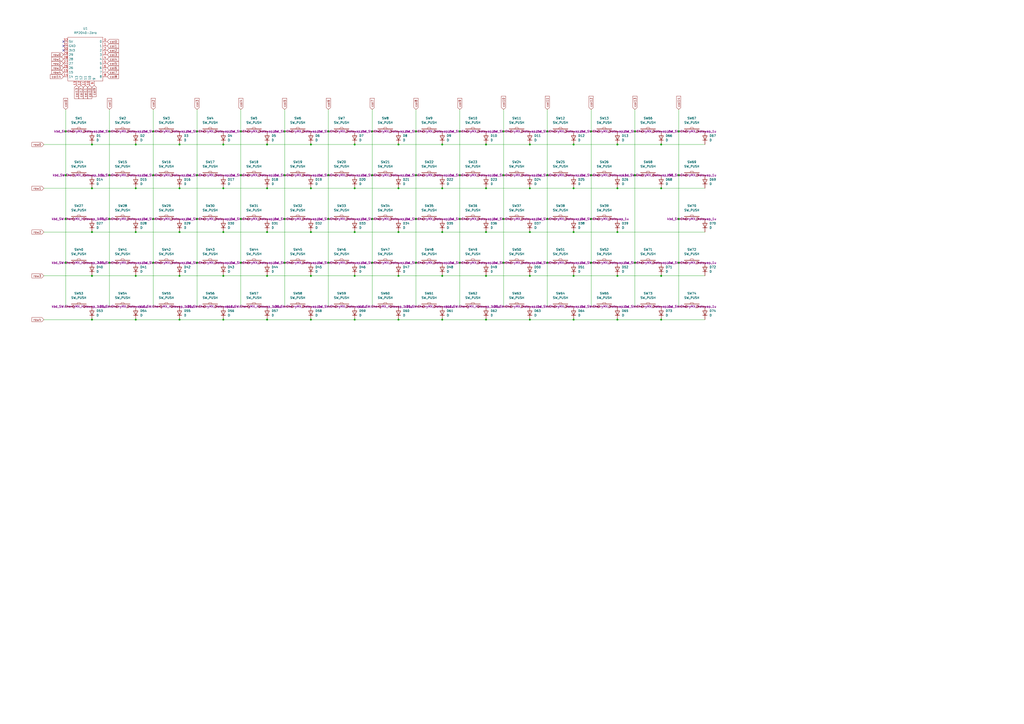
<source format=kicad_sch>
(kicad_sch (version 20231120) (generator "eeschema") (generator_version "8.0")
  (paper "A2")
  (junction (at 342.9 127))
  (junction (at 154.94 109.22))
  (junction (at 358.14 134.62))
  (junction (at 165.1 76.2))
  (junction (at 180.34 134.62))
  (junction (at 88.9 152.4))
  (junction (at 383.54 109.22))
  (junction (at 393.7 127))
  (junction (at 129.54 185.42))
  (junction (at 368.3 101.6))
  (junction (at 38.1 127))
  (junction (at 88.9 101.6))
  (junction (at 180.34 83.82))
  (junction (at 266.7 152.4))
  (junction (at 215.9 127))
  (junction (at 256.54 185.42))
  (junction (at 332.74 185.42))
  (junction (at 231.14 160.02))
  (junction (at 38.1 76.2))
  (junction (at 266.7 76.2))
  (junction (at 78.74 109.22))
  (junction (at 231.14 185.42))
  (junction (at 383.54 83.82))
  (junction (at 180.34 109.22))
  (junction (at 368.3 76.2))
  (junction (at 215.9 101.6))
  (junction (at 342.9 101.6))
  (junction (at 281.94 83.82))
  (junction (at 266.7 101.6))
  (junction (at 180.34 160.02))
  (junction (at 358.14 83.82))
  (junction (at 104.14 160.02))
  (junction (at 104.14 134.62))
  (junction (at 266.7 127))
  (junction (at 292.1 76.2))
  (junction (at 393.7 101.6))
  (junction (at 165.1 101.6))
  (junction (at 63.5 76.2))
  (junction (at 281.94 109.22))
  (junction (at 139.7 76.2))
  (junction (at 215.9 76.2))
  (junction (at 241.3 152.4))
  (junction (at 231.14 134.62))
  (junction (at 129.54 134.62))
  (junction (at 104.14 109.22))
  (junction (at 383.54 160.02))
  (junction (at 38.1 152.4))
  (junction (at 205.74 185.42))
  (junction (at 139.7 101.6))
  (junction (at 358.14 160.02))
  (junction (at 139.7 127))
  (junction (at 63.5 127))
  (junction (at 231.14 109.22))
  (junction (at 393.7 152.4))
  (junction (at 292.1 127))
  (junction (at 342.9 76.2))
  (junction (at 281.94 185.42))
  (junction (at 307.34 134.62))
  (junction (at 231.14 83.82))
  (junction (at 78.74 160.02))
  (junction (at 332.74 83.82))
  (junction (at 63.5 101.6))
  (junction (at 165.1 152.4))
  (junction (at 53.34 109.22))
  (junction (at 180.34 185.42))
  (junction (at 358.14 185.42))
  (junction (at 114.3 76.2))
  (junction (at 368.3 152.4))
  (junction (at 129.54 83.82))
  (junction (at 317.5 76.2))
  (junction (at 205.74 109.22))
  (junction (at 165.1 127))
  (junction (at 53.34 83.82))
  (junction (at 114.3 101.6))
  (junction (at 393.7 76.2))
  (junction (at 317.5 152.4))
  (junction (at 307.34 83.82))
  (junction (at 154.94 160.02))
  (junction (at 38.1 101.6))
  (junction (at 241.3 127))
  (junction (at 78.74 134.62))
  (junction (at 205.74 134.62))
  (junction (at 292.1 152.4))
  (junction (at 154.94 134.62))
  (junction (at 256.54 134.62))
  (junction (at 281.94 134.62))
  (junction (at 190.5 76.2))
  (junction (at 342.9 152.4))
  (junction (at 281.94 160.02))
  (junction (at 358.14 109.22))
  (junction (at 104.14 83.82))
  (junction (at 53.34 185.42))
  (junction (at 78.74 83.82))
  (junction (at 215.9 152.4))
  (junction (at 129.54 109.22))
  (junction (at 104.14 185.42))
  (junction (at 88.9 127))
  (junction (at 205.74 160.02))
  (junction (at 317.5 101.6))
  (junction (at 114.3 127))
  (junction (at 190.5 127))
  (junction (at 332.74 160.02))
  (junction (at 53.34 134.62))
  (junction (at 154.94 83.82))
  (junction (at 332.74 134.62))
  (junction (at 205.74 83.82))
  (junction (at 256.54 160.02))
  (junction (at 88.9 76.2))
  (junction (at 256.54 83.82))
  (junction (at 114.3 152.4))
  (junction (at 332.74 109.22))
  (junction (at 190.5 152.4))
  (junction (at 256.54 109.22))
  (junction (at 241.3 101.6))
  (junction (at 383.54 185.42))
  (junction (at 317.5 127))
  (junction (at 307.34 109.22))
  (junction (at 307.34 160.02))
  (junction (at 190.5 101.6))
  (junction (at 63.5 152.4))
  (junction (at 307.34 185.42))
  (junction (at 241.3 76.2))
  (junction (at 292.1 101.6))
  (junction (at 139.7 152.4))
  (junction (at 129.54 160.02))
  (junction (at 154.94 185.42))
  (junction (at 78.74 185.42))
  (junction (at 53.34 160.02))
  (no_connect (at 36.83 24.13))
  (no_connect (at 36.83 29.21))
  (no_connect (at 36.83 26.67))
  (wire (pts (xy 342.9 127) (xy 342.9 152.4)))
  (wire (pts (xy 266.7 63.5) (xy 266.7 76.2)))
  (wire (pts (xy 78.74 134.62) (xy 104.14 134.62)))
  (wire (pts (xy 266.7 101.6) (xy 266.7 127)))
  (wire (pts (xy 241.3 76.2) (xy 241.3 101.6)))
  (wire (pts (xy 104.14 83.82) (xy 129.54 83.82)))
  (wire (pts (xy 332.74 160.02) (xy 358.14 160.02)))
  (wire (pts (xy 78.74 83.82) (xy 104.14 83.82)))
  (wire (pts (xy 256.54 109.22) (xy 281.94 109.22)))
  (wire (pts (xy 88.9 76.2) (xy 88.9 101.6)))
  (wire (pts (xy 190.5 63.5) (xy 190.5 76.2)))
  (wire (pts (xy 63.5 127) (xy 63.5 152.4)))
  (wire (pts (xy 88.9 63.5) (xy 88.9 76.2)))
  (wire (pts (xy 266.7 152.4) (xy 266.7 177.8)))
  (wire (pts (xy 38.1 127) (xy 38.1 152.4)))
  (wire (pts (xy 332.74 134.62) (xy 358.14 134.62)))
  (wire (pts (xy 38.1 63.5) (xy 38.1 76.2)))
  (wire (pts (xy 154.94 134.62) (xy 180.34 134.62)))
  (wire (pts (xy 393.7 101.6) (xy 393.7 127)))
  (wire (pts (xy 129.54 109.22) (xy 154.94 109.22)))
  (wire (pts (xy 307.34 134.62) (xy 332.74 134.62)))
  (wire (pts (xy 393.7 63.5) (xy 393.7 76.2)))
  (wire (pts (xy 190.5 127) (xy 190.5 152.4)))
  (wire (pts (xy 342.9 76.2) (xy 342.9 101.6)))
  (wire (pts (xy 25.4 185.42) (xy 53.34 185.42)))
  (wire (pts (xy 256.54 185.42) (xy 281.94 185.42)))
  (wire (pts (xy 368.3 63.5) (xy 368.3 76.2)))
  (wire (pts (xy 368.3 152.4) (xy 368.3 177.8)))
  (wire (pts (xy 139.7 76.2) (xy 139.7 101.6)))
  (wire (pts (xy 38.1 76.2) (xy 38.1 101.6)))
  (wire (pts (xy 104.14 185.42) (xy 129.54 185.42)))
  (wire (pts (xy 53.34 83.82) (xy 78.74 83.82)))
  (wire (pts (xy 205.74 134.62) (xy 231.14 134.62)))
  (wire (pts (xy 129.54 185.42) (xy 154.94 185.42)))
  (wire (pts (xy 114.3 101.6) (xy 114.3 127)))
  (wire (pts (xy 231.14 160.02) (xy 256.54 160.02)))
  (wire (pts (xy 154.94 185.42) (xy 180.34 185.42)))
  (wire (pts (xy 129.54 134.62) (xy 154.94 134.62)))
  (wire (pts (xy 190.5 152.4) (xy 190.5 177.8)))
  (wire (pts (xy 114.3 152.4) (xy 114.3 177.8)))
  (wire (pts (xy 307.34 83.82) (xy 332.74 83.82)))
  (wire (pts (xy 281.94 83.82) (xy 307.34 83.82)))
  (wire (pts (xy 215.9 127) (xy 215.9 152.4)))
  (wire (pts (xy 281.94 185.42) (xy 307.34 185.42)))
  (wire (pts (xy 165.1 63.5) (xy 165.1 76.2)))
  (wire (pts (xy 180.34 134.62) (xy 205.74 134.62)))
  (wire (pts (xy 241.3 152.4) (xy 241.3 177.8)))
  (wire (pts (xy 104.14 160.02) (xy 129.54 160.02)))
  (wire (pts (xy 266.7 127) (xy 266.7 152.4)))
  (wire (pts (xy 154.94 160.02) (xy 180.34 160.02)))
  (wire (pts (xy 205.74 160.02) (xy 231.14 160.02)))
  (wire (pts (xy 317.5 76.2) (xy 317.5 101.6)))
  (wire (pts (xy 292.1 152.4) (xy 292.1 177.8)))
  (wire (pts (xy 281.94 134.62) (xy 307.34 134.62)))
  (wire (pts (xy 231.14 109.22) (xy 256.54 109.22)))
  (wire (pts (xy 139.7 127) (xy 139.7 152.4)))
  (wire (pts (xy 342.9 152.4) (xy 342.9 177.8)))
  (wire (pts (xy 25.4 160.02) (xy 53.34 160.02)))
  (wire (pts (xy 256.54 134.62) (xy 281.94 134.62)))
  (wire (pts (xy 78.74 160.02) (xy 104.14 160.02)))
  (wire (pts (xy 129.54 83.82) (xy 154.94 83.82)))
  (wire (pts (xy 292.1 63.5) (xy 292.1 76.2)))
  (wire (pts (xy 358.14 83.82) (xy 383.54 83.82)))
  (wire (pts (xy 215.9 152.4) (xy 215.9 177.8)))
  (wire (pts (xy 25.4 109.22) (xy 53.34 109.22)))
  (wire (pts (xy 63.5 152.4) (xy 63.5 177.8)))
  (wire (pts (xy 215.9 76.2) (xy 215.9 101.6)))
  (wire (pts (xy 241.3 101.6) (xy 241.3 127)))
  (wire (pts (xy 154.94 109.22) (xy 180.34 109.22)))
  (wire (pts (xy 205.74 185.42) (xy 231.14 185.42)))
  (wire (pts (xy 307.34 185.42) (xy 332.74 185.42)))
  (wire (pts (xy 180.34 160.02) (xy 205.74 160.02)))
  (wire (pts (xy 190.5 76.2) (xy 190.5 101.6)))
  (wire (pts (xy 88.9 152.4) (xy 88.9 177.8)))
  (wire (pts (xy 78.74 185.42) (xy 104.14 185.42)))
  (wire (pts (xy 241.3 127) (xy 241.3 152.4)))
  (wire (pts (xy 368.3 101.6) (xy 368.3 152.4)))
  (wire (pts (xy 317.5 101.6) (xy 317.5 127)))
  (wire (pts (xy 165.1 152.4) (xy 165.1 177.8)))
  (wire (pts (xy 393.7 152.4) (xy 393.7 177.8)))
  (wire (pts (xy 266.7 76.2) (xy 266.7 101.6)))
  (wire (pts (xy 332.74 109.22) (xy 358.14 109.22)))
  (wire (pts (xy 317.5 127) (xy 317.5 152.4)))
  (wire (pts (xy 383.54 185.42) (xy 408.94 185.42)))
  (wire (pts (xy 165.1 101.6) (xy 165.1 127)))
  (wire (pts (xy 104.14 109.22) (xy 129.54 109.22)))
  (wire (pts (xy 53.34 134.62) (xy 78.74 134.62)))
  (wire (pts (xy 114.3 63.5) (xy 114.3 76.2)))
  (wire (pts (xy 88.9 127) (xy 88.9 152.4)))
  (wire (pts (xy 332.74 83.82) (xy 358.14 83.82)))
  (wire (pts (xy 129.54 160.02) (xy 154.94 160.02)))
  (wire (pts (xy 307.34 109.22) (xy 332.74 109.22)))
  (wire (pts (xy 154.94 83.82) (xy 180.34 83.82)))
  (wire (pts (xy 53.34 109.22) (xy 78.74 109.22)))
  (wire (pts (xy 180.34 83.82) (xy 205.74 83.82)))
  (wire (pts (xy 342.9 63.5) (xy 342.9 76.2)))
  (wire (pts (xy 383.54 109.22) (xy 408.94 109.22)))
  (wire (pts (xy 292.1 76.2) (xy 292.1 101.6)))
  (wire (pts (xy 165.1 127) (xy 165.1 152.4)))
  (wire (pts (xy 63.5 63.5) (xy 63.5 76.2)))
  (wire (pts (xy 256.54 160.02) (xy 281.94 160.02)))
  (wire (pts (xy 358.14 109.22) (xy 383.54 109.22)))
  (wire (pts (xy 53.34 160.02) (xy 78.74 160.02)))
  (wire (pts (xy 241.3 63.5) (xy 241.3 76.2)))
  (wire (pts (xy 256.54 83.82) (xy 281.94 83.82)))
  (wire (pts (xy 165.1 76.2) (xy 165.1 101.6)))
  (wire (pts (xy 358.14 160.02) (xy 383.54 160.02)))
  (wire (pts (xy 63.5 101.6) (xy 63.5 127)))
  (wire (pts (xy 38.1 101.6) (xy 38.1 127)))
  (wire (pts (xy 190.5 101.6) (xy 190.5 127)))
  (wire (pts (xy 139.7 152.4) (xy 139.7 177.8)))
  (wire (pts (xy 180.34 109.22) (xy 205.74 109.22)))
  (wire (pts (xy 231.14 185.42) (xy 256.54 185.42)))
  (wire (pts (xy 114.3 127) (xy 114.3 152.4)))
  (wire (pts (xy 88.9 101.6) (xy 88.9 127)))
  (wire (pts (xy 104.14 134.62) (xy 129.54 134.62)))
  (wire (pts (xy 393.7 127) (xy 393.7 152.4)))
  (wire (pts (xy 281.94 160.02) (xy 307.34 160.02)))
  (wire (pts (xy 368.3 76.2) (xy 368.3 101.6)))
  (wire (pts (xy 231.14 134.62) (xy 256.54 134.62)))
  (wire (pts (xy 78.74 109.22) (xy 104.14 109.22)))
  (wire (pts (xy 292.1 101.6) (xy 292.1 127)))
  (wire (pts (xy 53.34 185.42) (xy 78.74 185.42)))
  (wire (pts (xy 317.5 152.4) (xy 317.5 177.8)))
  (wire (pts (xy 139.7 101.6) (xy 139.7 127)))
  (wire (pts (xy 383.54 83.82) (xy 408.94 83.82)))
  (wire (pts (xy 63.5 76.2) (xy 63.5 101.6)))
  (wire (pts (xy 358.14 134.62) (xy 408.94 134.62)))
  (wire (pts (xy 307.34 160.02) (xy 332.74 160.02)))
  (wire (pts (xy 215.9 101.6) (xy 215.9 127)))
  (wire (pts (xy 38.1 152.4) (xy 38.1 177.8)))
  (wire (pts (xy 25.4 134.62) (xy 53.34 134.62)))
  (wire (pts (xy 215.9 63.5) (xy 215.9 76.2)))
  (wire (pts (xy 180.34 185.42) (xy 205.74 185.42)))
  (wire (pts (xy 281.94 109.22) (xy 307.34 109.22)))
  (wire (pts (xy 317.5 63.5) (xy 317.5 76.2)))
  (wire (pts (xy 231.14 83.82) (xy 256.54 83.82)))
  (wire (pts (xy 332.74 185.42) (xy 358.14 185.42)))
  (wire (pts (xy 383.54 160.02) (xy 408.94 160.02)))
  (wire (pts (xy 358.14 185.42) (xy 383.54 185.42)))
  (wire (pts (xy 205.74 83.82) (xy 231.14 83.82)))
  (wire (pts (xy 342.9 101.6) (xy 342.9 127)))
  (wire (pts (xy 25.4 83.82) (xy 53.34 83.82)))
  (wire (pts (xy 139.7 63.5) (xy 139.7 76.2)))
  (wire (pts (xy 292.1 127) (xy 292.1 152.4)))
  (wire (pts (xy 393.7 76.2) (xy 393.7 101.6)))
  (wire (pts (xy 205.74 109.22) (xy 231.14 109.22)))
  (wire (pts (xy 114.3 76.2) (xy 114.3 101.6)))
  (global_label "col3" (shape input) (at 62.23 31.75 0) (property "Intersheetrefs" "${INTERSHEET_REFS}" (effects (hide yes))))
  (global_label "col1" (shape input) (at 62.23 26.67 0) (property "Intersheetrefs" "${INTERSHEET_REFS}" (effects (hide yes))))
  (global_label "row2" (shape input) (at 25.4 134.62 180) (property "Intersheetrefs" "${INTERSHEET_REFS}" (effects (hide yes))))
  (global_label "col14" (shape input) (at 36.83 44.45 180) (property "Intersheetrefs" "${INTERSHEET_REFS}" (effects (hide yes))))
  (global_label "row4" (shape input) (at 36.83 41.91 180) (property "Intersheetrefs" "${INTERSHEET_REFS}" (effects (hide yes))))
  (global_label "row0" (shape input) (at 36.83 31.75 180) (property "Intersheetrefs" "${INTERSHEET_REFS}" (effects (hide yes))))
  (global_label "col6" (shape input) (at 62.23 39.37 0) (property "Intersheetrefs" "${INTERSHEET_REFS}" (effects (hide yes))))
  (global_label "col12" (shape input) (at 342.9 63.5 90) (property "Intersheetrefs" "${INTERSHEET_REFS}" (effects (hide yes))))
  (global_label "row3" (shape input) (at 25.4 160.02 180) (property "Intersheetrefs" "${INTERSHEET_REFS}" (effects (hide yes))))
  (global_label "col7" (shape input) (at 62.23 41.91 0) (property "Intersheetrefs" "${INTERSHEET_REFS}" (effects (hide yes))))
  (global_label "col4" (shape input) (at 139.7 63.5 90) (property "Intersheetrefs" "${INTERSHEET_REFS}" (effects (hide yes))))
  (global_label "row3" (shape input) (at 36.83 39.37 180) (property "Intersheetrefs" "${INTERSHEET_REFS}" (effects (hide yes))))
  (global_label "col2" (shape input) (at 62.23 29.21 0) (property "Intersheetrefs" "${INTERSHEET_REFS}" (effects (hide yes))))
  (global_label "col10" (shape input) (at 292.1 63.5 90) (property "Intersheetrefs" "${INTERSHEET_REFS}" (effects (hide yes))))
  (global_label "col2" (shape input) (at 88.9 63.5 90) (property "Intersheetrefs" "${INTERSHEET_REFS}" (effects (hide yes))))
  (global_label "col14" (shape input) (at 393.7 63.5 90) (property "Intersheetrefs" "${INTERSHEET_REFS}" (effects (hide yes))))
  (global_label "col6" (shape input) (at 190.5 63.5 90) (property "Intersheetrefs" "${INTERSHEET_REFS}" (effects (hide yes))))
  (global_label "col11" (shape input) (at 49.53 49.53 270) (property "Intersheetrefs" "${INTERSHEET_REFS}" (effects (hide yes))))
  (global_label "row0" (shape input) (at 25.4 83.82 180) (property "Intersheetrefs" "${INTERSHEET_REFS}" (effects (hide yes))))
  (global_label "row4" (shape input) (at 25.4 185.42 180) (property "Intersheetrefs" "${INTERSHEET_REFS}" (effects (hide yes))))
  (global_label "row1" (shape input) (at 36.83 34.29 180) (property "Intersheetrefs" "${INTERSHEET_REFS}" (effects (hide yes))))
  (global_label "col8" (shape input) (at 62.23 44.45 0) (property "Intersheetrefs" "${INTERSHEET_REFS}" (effects (hide yes))))
  (global_label "col3" (shape input) (at 114.3 63.5 90) (property "Intersheetrefs" "${INTERSHEET_REFS}" (effects (hide yes))))
  (global_label "row1" (shape input) (at 25.4 109.22 180) (property "Intersheetrefs" "${INTERSHEET_REFS}" (effects (hide yes))))
  (global_label "col13" (shape input) (at 368.3 63.5 90) (property "Intersheetrefs" "${INTERSHEET_REFS}" (effects (hide yes))))
  (global_label "col4" (shape input) (at 62.23 34.29 0) (property "Intersheetrefs" "${INTERSHEET_REFS}" (effects (hide yes))))
  (global_label "col5" (shape input) (at 165.1 63.5 90) (property "Intersheetrefs" "${INTERSHEET_REFS}" (effects (hide yes))))
  (global_label "col9" (shape input) (at 54.61 49.53 270) (property "Intersheetrefs" "${INTERSHEET_REFS}" (effects (hide yes))))
  (global_label "col13" (shape input) (at 44.45 49.53 270) (property "Intersheetrefs" "${INTERSHEET_REFS}" (effects (hide yes))))
  (global_label "col0" (shape input) (at 38.1 63.5 90) (property "Intersheetrefs" "${INTERSHEET_REFS}" (effects (hide yes))))
  (global_label "col0" (shape input) (at 62.23 24.13 0) (property "Intersheetrefs" "${INTERSHEET_REFS}" (effects (hide yes))))
  (global_label "col7" (shape input) (at 215.9 63.5 90) (property "Intersheetrefs" "${INTERSHEET_REFS}" (effects (hide yes))))
  (global_label "col1" (shape input) (at 63.5 63.5 90) (property "Intersheetrefs" "${INTERSHEET_REFS}" (effects (hide yes))))
  (global_label "col10" (shape input) (at 52.07 49.53 270) (property "Intersheetrefs" "${INTERSHEET_REFS}" (effects (hide yes))))
  (global_label "col12" (shape input) (at 46.99 49.53 270) (property "Intersheetrefs" "${INTERSHEET_REFS}" (effects (hide yes))))
  (global_label "col5" (shape input) (at 62.23 36.83 0) (property "Intersheetrefs" "${INTERSHEET_REFS}" (effects (hide yes))))
  (global_label "col9" (shape input) (at 266.7 63.5 90) (property "Intersheetrefs" "${INTERSHEET_REFS}" (effects (hide yes))))
  (global_label "col11" (shape input) (at 317.5 63.5 90) (property "Intersheetrefs" "${INTERSHEET_REFS}" (effects (hide yes))))
  (global_label "row2" (shape input) (at 36.83 36.83 180) (property "Intersheetrefs" "${INTERSHEET_REFS}" (effects (hide yes))))
  (global_label "col8" (shape input) (at 241.3 63.5 90) (property "Intersheetrefs" "${INTERSHEET_REFS}" (effects (hide yes))))
  (symbol (lib_id "Device:D") (at 231.14 105.41 90) (unit 1)
    (property "Reference" "D21" (at 233.68 104.1399 90) (effects (justify right)))
    (property "Value" "D" (at 233.68 106.6799 90) (effects (justify right)))
    (property "Footprint" "kbd_Parts:Diode_SMD" (effects (hide yes)))
    (property "Description" "Diode" (effects (hide yes)))
    (property "Sim.Device" "D" (effects (hide yes)))
    (property "Sim.Pins" "1=K 2=A" (effects (hide yes)))
  )
  (symbol (lib_id "kbd:SW_PUSH") (at 401.32 101.6 0) (unit 1)
    (property "Reference" "SW69" (at 401.32 93.98 0))
    (property "Value" "SW_PUSH" (at 401.32 96.52 0))
    (property "Footprint" "kbd_SW:CherryMX_Hotswap_1u" (at 401.32 101.6 0))
  )
  (symbol (lib_id "kbd:SW_PUSH") (at 172.72 152.4 0) (unit 1)
    (property "Reference" "SW45" (at 172.72 144.78 0))
    (property "Value" "SW_PUSH" (at 172.72 147.32 0))
    (property "Footprint" "kbd_SW:CherryMX_Hotswap_1u" (at 172.72 152.4 0))
  )
  (symbol (lib_id "Device:D") (at 332.74 156.21 90) (unit 1)
    (property "Reference" "D51" (at 335.28 154.9399 90) (effects (justify right)))
    (property "Value" "D" (at 335.28 157.4799 90) (effects (justify right)))
    (property "Footprint" "kbd_Parts:Diode_SMD" (effects (hide yes)))
    (property "Description" "Diode" (effects (hide yes)))
    (property "Sim.Device" "D" (effects (hide yes)))
    (property "Sim.Pins" "1=K 2=A" (effects (hide yes)))
  )
  (symbol (lib_id "Device:D") (at 231.14 156.21 90) (unit 1)
    (property "Reference" "D47" (at 233.68 154.9399 90) (effects (justify right)))
    (property "Value" "D" (at 233.68 157.4799 90) (effects (justify right)))
    (property "Footprint" "kbd_Parts:Diode_SMD" (effects (hide yes)))
    (property "Description" "Diode" (effects (hide yes)))
    (property "Sim.Device" "D" (effects (hide yes)))
    (property "Sim.Pins" "1=K 2=A" (effects (hide yes)))
  )
  (symbol (lib_id "Device:D") (at 154.94 156.21 90) (unit 1)
    (property "Reference" "D44" (at 157.48 154.9399 90) (effects (justify right)))
    (property "Value" "D" (at 157.48 157.4799 90) (effects (justify right)))
    (property "Footprint" "kbd_Parts:Diode_SMD" (effects (hide yes)))
    (property "Description" "Diode" (effects (hide yes)))
    (property "Sim.Device" "D" (effects (hide yes)))
    (property "Sim.Pins" "1=K 2=A" (effects (hide yes)))
  )
  (symbol (lib_id "Device:D") (at 332.74 105.41 90) (unit 1)
    (property "Reference" "D25" (at 335.28 104.1399 90) (effects (justify right)))
    (property "Value" "D" (at 335.28 106.6799 90) (effects (justify right)))
    (property "Footprint" "kbd_Parts:Diode_SMD" (effects (hide yes)))
    (property "Description" "Diode" (effects (hide yes)))
    (property "Sim.Device" "D" (effects (hide yes)))
    (property "Sim.Pins" "1=K 2=A" (effects (hide yes)))
  )
  (symbol (lib_id "Device:D") (at 180.34 80.01 90) (unit 1)
    (property "Reference" "D6" (at 182.88 78.7399 90) (effects (justify right)))
    (property "Value" "D" (at 182.88 81.2799 90) (effects (justify right)))
    (property "Footprint" "kbd_Parts:Diode_SMD" (effects (hide yes)))
    (property "Description" "Diode" (effects (hide yes)))
    (property "Sim.Device" "D" (effects (hide yes)))
    (property "Sim.Pins" "1=K 2=A" (effects (hide yes)))
  )
  (symbol (lib_id "kbd:SW_PUSH") (at 198.12 127 0) (unit 1)
    (property "Reference" "SW33" (at 198.12 119.38 0))
    (property "Value" "SW_PUSH" (at 198.12 121.92 0))
    (property "Footprint" "kbd_SW:CherryMX_Hotswap_1u" (at 198.12 127 0))
  )
  (symbol (lib_id "kbd:SW_PUSH") (at 96.52 177.8 0) (unit 1)
    (property "Reference" "SW55" (at 96.52 170.18 0))
    (property "Value" "SW_PUSH" (at 96.52 172.72 0))
    (property "Footprint" "kbd_SW:CherryMX_Hotswap_1.25u" (at 96.52 177.8 0))
  )
  (symbol (lib_id "kbd:SW_PUSH") (at 147.32 177.8 0) (unit 1)
    (property "Reference" "SW57" (at 147.32 170.18 0))
    (property "Value" "SW_PUSH" (at 147.32 172.72 0))
    (property "Footprint" "kbd_SW:CherryMX_Hotswap_1.25u" (at 147.32 177.8 0))
  )
  (symbol (lib_id "Device:D") (at 129.54 130.81 90) (unit 1)
    (property "Reference" "D30" (at 132.08 129.5399 90) (effects (justify right)))
    (property "Value" "D" (at 132.08 132.0799 90) (effects (justify right)))
    (property "Footprint" "kbd_Parts:Diode_SMD" (effects (hide yes)))
    (property "Description" "Diode" (effects (hide yes)))
    (property "Sim.Device" "D" (effects (hide yes)))
    (property "Sim.Pins" "1=K 2=A" (effects (hide yes)))
  )
  (symbol (lib_id "Device:D") (at 180.34 105.41 90) (unit 1)
    (property "Reference" "D19" (at 182.88 104.1399 90) (effects (justify right)))
    (property "Value" "D" (at 182.88 106.6799 90) (effects (justify right)))
    (property "Footprint" "kbd_Parts:Diode_SMD" (effects (hide yes)))
    (property "Description" "Diode" (effects (hide yes)))
    (property "Sim.Device" "D" (effects (hide yes)))
    (property "Sim.Pins" "1=K 2=A" (effects (hide yes)))
  )
  (symbol (lib_id "kbd:SW_PUSH") (at 172.72 127 0) (unit 1)
    (property "Reference" "SW32" (at 172.72 119.38 0))
    (property "Value" "SW_PUSH" (at 172.72 121.92 0))
    (property "Footprint" "kbd_SW:CherryMX_Hotswap_1u" (at 172.72 127 0))
  )
  (symbol (lib_id "Device:D") (at 154.94 181.61 90) (unit 1)
    (property "Reference" "D57" (at 157.48 180.3399 90) (effects (justify right)))
    (property "Value" "D" (at 157.48 182.8799 90) (effects (justify right)))
    (property "Footprint" "kbd_Parts:Diode_SMD" (effects (hide yes)))
    (property "Description" "Diode" (effects (hide yes)))
    (property "Sim.Device" "D" (effects (hide yes)))
    (property "Sim.Pins" "1=K 2=A" (effects (hide yes)))
  )
  (symbol (lib_id "Device:D") (at 205.74 130.81 90) (unit 1)
    (property "Reference" "D33" (at 208.28 129.5399 90) (effects (justify right)))
    (property "Value" "D" (at 208.28 132.0799 90) (effects (justify right)))
    (property "Footprint" "kbd_Parts:Diode_SMD" (effects (hide yes)))
    (property "Description" "Diode" (effects (hide yes)))
    (property "Sim.Device" "D" (effects (hide yes)))
    (property "Sim.Pins" "1=K 2=A" (effects (hide yes)))
  )
  (symbol (lib_id "Device:D") (at 78.74 156.21 90) (unit 1)
    (property "Reference" "D41" (at 81.28 154.9399 90) (effects (justify right)))
    (property "Value" "D" (at 81.28 157.4799 90) (effects (justify right)))
    (property "Footprint" "kbd_Parts:Diode_SMD" (effects (hide yes)))
    (property "Description" "Diode" (effects (hide yes)))
    (property "Sim.Device" "D" (effects (hide yes)))
    (property "Sim.Pins" "1=K 2=A" (effects (hide yes)))
  )
  (symbol (lib_id "Device:D") (at 53.34 130.81 90) (unit 1)
    (property "Reference" "D27" (at 55.88 129.5399 90) (effects (justify right)))
    (property "Value" "D" (at 55.88 132.0799 90) (effects (justify right)))
    (property "Footprint" "kbd_Parts:Diode_SMD" (effects (hide yes)))
    (property "Description" "Diode" (effects (hide yes)))
    (property "Sim.Device" "D" (effects (hide yes)))
    (property "Sim.Pins" "1=K 2=A" (effects (hide yes)))
  )
  (symbol (lib_id "kbd:SW_PUSH") (at 274.32 76.2 0) (unit 1)
    (property "Reference" "SW10" (at 274.32 68.58 0))
    (property "Value" "SW_PUSH" (at 274.32 71.12 0))
    (property "Footprint" "kbd_SW:CherryMX_Hotswap_1u" (at 274.32 76.2 0))
  )
  (symbol (lib_id "kbd:SW_PUSH") (at 121.92 152.4 0) (unit 1)
    (property "Reference" "SW43" (at 121.92 144.78 0))
    (property "Value" "SW_PUSH" (at 121.92 147.32 0))
    (property "Footprint" "kbd_SW:CherryMX_Hotswap_1u" (at 121.92 152.4 0))
  )
  (symbol (lib_id "kbd:SW_PUSH") (at 198.12 177.8 0) (unit 1)
    (property "Reference" "SW59" (at 198.12 170.18 0))
    (property "Value" "SW_PUSH" (at 198.12 172.72 0))
    (property "Footprint" "kbd_SW:CherryMX_Hotswap_1u" (at 198.12 177.8 0))
  )
  (symbol (lib_id "kbd:SW_PUSH") (at 198.12 152.4 0) (unit 1)
    (property "Reference" "SW46" (at 198.12 144.78 0))
    (property "Value" "SW_PUSH" (at 198.12 147.32 0))
    (property "Footprint" "kbd_SW:CherryMX_Hotswap_1u" (at 198.12 152.4 0))
  )
  (symbol (lib_id "kbd:SW_PUSH") (at 96.52 127 0) (unit 1)
    (property "Reference" "SW29" (at 96.52 119.38 0))
    (property "Value" "SW_PUSH" (at 96.52 121.92 0))
    (property "Footprint" "kbd_SW:CherryMX_Hotswap_1u" (at 96.52 127 0))
  )
  (symbol (lib_id "Device:D") (at 104.14 156.21 90) (unit 1)
    (property "Reference" "D42" (at 106.68 154.9399 90) (effects (justify right)))
    (property "Value" "D" (at 106.68 157.4799 90) (effects (justify right)))
    (property "Footprint" "kbd_Parts:Diode_SMD" (effects (hide yes)))
    (property "Description" "Diode" (effects (hide yes)))
    (property "Sim.Device" "D" (effects (hide yes)))
    (property "Sim.Pins" "1=K 2=A" (effects (hide yes)))
  )
  (symbol (lib_id "Device:D") (at 129.54 156.21 90) (unit 1)
    (property "Reference" "D43" (at 132.08 154.9399 90) (effects (justify right)))
    (property "Value" "D" (at 132.08 157.4799 90) (effects (justify right)))
    (property "Footprint" "kbd_Parts:Diode_SMD" (effects (hide yes)))
    (property "Description" "Diode" (effects (hide yes)))
    (property "Sim.Device" "D" (effects (hide yes)))
    (property "Sim.Pins" "1=K 2=A" (effects (hide yes)))
  )
  (symbol (lib_id "Device:D") (at 383.54 105.41 90) (unit 1)
    (property "Reference" "D68" (at 386.08 104.1399 90) (effects (justify right)))
    (property "Value" "D" (at 386.08 106.6799 90) (effects (justify right)))
    (property "Footprint" "kbd_Parts:Diode_SMD" (effects (hide yes)))
    (property "Description" "Diode" (effects (hide yes)))
    (property "Sim.Device" "D" (effects (hide yes)))
    (property "Sim.Pins" "1=K 2=A" (effects (hide yes)))
  )
  (symbol (lib_id "kbd:SW_PUSH") (at 96.52 101.6 0) (unit 1)
    (property "Reference" "SW16" (at 96.52 93.98 0))
    (property "Value" "SW_PUSH" (at 96.52 96.52 0))
    (property "Footprint" "kbd_SW:CherryMX_Hotswap_1u" (at 96.52 101.6 0))
  )
  (symbol (lib_id "Device:D") (at 205.74 156.21 90) (unit 1)
    (property "Reference" "D46" (at 208.28 154.9399 90) (effects (justify right)))
    (property "Value" "D" (at 208.28 157.4799 90) (effects (justify right)))
    (property "Footprint" "kbd_Parts:Diode_SMD" (effects (hide yes)))
    (property "Description" "Diode" (effects (hide yes)))
    (property "Sim.Device" "D" (effects (hide yes)))
    (property "Sim.Pins" "1=K 2=A" (effects (hide yes)))
  )
  (symbol (lib_id "kbd:SW_PUSH") (at 223.52 152.4 0) (unit 1)
    (property "Reference" "SW47" (at 223.52 144.78 0))
    (property "Value" "SW_PUSH" (at 223.52 147.32 0))
    (property "Footprint" "kbd_SW:CherryMX_Hotswap_1u" (at 223.52 152.4 0))
  )
  (symbol (lib_id "kbd:SW_PUSH") (at 350.52 152.4 0) (unit 1)
    (property "Reference" "SW52" (at 350.52 144.78 0))
    (property "Value" "SW_PUSH" (at 350.52 147.32 0))
    (property "Footprint" "kbd_SW:CherryMX_Hotswap_1u" (at 350.52 152.4 0))
  )
  (symbol (lib_id "kbd:SW_PUSH") (at 401.32 127 0) (unit 1)
    (property "Reference" "SW70" (at 401.32 119.38 0))
    (property "Value" "SW_PUSH" (at 401.32 121.92 0))
    (property "Footprint" "kbd_SW:CherryMX_Hotswap_1u" (at 401.32 127 0))
  )
  (symbol (lib_id "Device:D") (at 256.54 181.61 90) (unit 1)
    (property "Reference" "D61" (at 259.08 180.3399 90) (effects (justify right)))
    (property "Value" "D" (at 259.08 182.8799 90) (effects (justify right)))
    (property "Footprint" "kbd_Parts:Diode_SMD" (effects (hide yes)))
    (property "Description" "Diode" (effects (hide yes)))
    (property "Sim.Device" "D" (effects (hide yes)))
    (property "Sim.Pins" "1=K 2=A" (effects (hide yes)))
  )
  (symbol (lib_id "kbd:SW_PUSH") (at 121.92 101.6 0) (unit 1)
    (property "Reference" "SW17" (at 121.92 93.98 0))
    (property "Value" "SW_PUSH" (at 121.92 96.52 0))
    (property "Footprint" "kbd_SW:CherryMX_Hotswap_1u" (at 121.92 101.6 0))
  )
  (symbol (lib_id "Device:D") (at 78.74 80.01 90) (unit 1)
    (property "Reference" "D2" (at 81.28 78.7399 90) (effects (justify right)))
    (property "Value" "D" (at 81.28 81.2799 90) (effects (justify right)))
    (property "Footprint" "kbd_Parts:Diode_SMD" (effects (hide yes)))
    (property "Description" "Diode" (effects (hide yes)))
    (property "Sim.Device" "D" (effects (hide yes)))
    (property "Sim.Pins" "1=K 2=A" (effects (hide yes)))
  )
  (symbol (lib_id "Device:D") (at 231.14 130.81 90) (unit 1)
    (property "Reference" "D34" (at 233.68 129.5399 90) (effects (justify right)))
    (property "Value" "D" (at 233.68 132.0799 90) (effects (justify right)))
    (property "Footprint" "kbd_Parts:Diode_SMD" (effects (hide yes)))
    (property "Description" "Diode" (effects (hide yes)))
    (property "Sim.Device" "D" (effects (hide yes)))
    (property "Sim.Pins" "1=K 2=A" (effects (hide yes)))
  )
  (symbol (lib_id "kbd:SW_PUSH") (at 71.12 101.6 0) (unit 1)
    (property "Reference" "SW15" (at 71.12 93.98 0))
    (property "Value" "SW_PUSH" (at 71.12 96.52 0))
    (property "Footprint" "kbd_SW:CherryMX_Hotswap_1u" (at 71.12 101.6 0))
  )
  (symbol (lib_id "Device:D") (at 104.14 130.81 90) (unit 1)
    (property "Reference" "D29" (at 106.68 129.5399 90) (effects (justify right)))
    (property "Value" "D" (at 106.68 132.0799 90) (effects (justify right)))
    (property "Footprint" "kbd_Parts:Diode_SMD" (effects (hide yes)))
    (property "Description" "Diode" (effects (hide yes)))
    (property "Sim.Device" "D" (effects (hide yes)))
    (property "Sim.Pins" "1=K 2=A" (effects (hide yes)))
  )
  (symbol (lib_id "kbd:SW_PUSH") (at 274.32 177.8 0) (unit 1)
    (property "Reference" "SW62" (at 274.32 170.18 0))
    (property "Value" "SW_PUSH" (at 274.32 172.72 0))
    (property "Footprint" "kbd_SW:CherryMX_Hotswap_1.25u" (at 274.32 177.8 0))
  )
  (symbol (lib_id "Device:D") (at 205.74 105.41 90) (unit 1)
    (property "Reference" "D20" (at 208.28 104.1399 90) (effects (justify right)))
    (property "Value" "D" (at 208.28 106.6799 90) (effects (justify right)))
    (property "Footprint" "kbd_Parts:Diode_SMD" (effects (hide yes)))
    (property "Description" "Diode" (effects (hide yes)))
    (property "Sim.Device" "D" (effects (hide yes)))
    (property "Sim.Pins" "1=K 2=A" (effects (hide yes)))
  )
  (symbol (lib_id "kbd:SW_PUSH") (at 401.32 177.8 0) (unit 1)
    (property "Reference" "SW74" (at 401.32 170.18 0))
    (property "Value" "SW_PUSH" (at 401.32 172.72 0))
    (property "Footprint" "kbd_SW:CherryMX_Hotswap_1u" (at 401.32 177.8 0))
  )
  (symbol (lib_id "kbd:SW_PUSH") (at 248.92 101.6 0) (unit 1)
    (property "Reference" "SW22" (at 248.92 93.98 0))
    (property "Value" "SW_PUSH" (at 248.92 96.52 0))
    (property "Footprint" "kbd_SW:CherryMX_Hotswap_1u" (at 248.92 101.6 0))
  )
  (symbol (lib_id "Device:D") (at 358.14 80.01 90) (unit 1)
    (property "Reference" "D13" (at 360.68 78.7399 90) (effects (justify right)))
    (property "Value" "D" (at 360.68 81.2799 90) (effects (justify right)))
    (property "Footprint" "kbd_Parts:Diode_SMD" (effects (hide yes)))
    (property "Description" "Diode" (effects (hide yes)))
    (property "Sim.Device" "D" (effects (hide yes)))
    (property "Sim.Pins" "1=K 2=A" (effects (hide yes)))
  )
  (symbol (lib_id "kbd:SW_PUSH") (at 121.92 127 0) (unit 1)
    (property "Reference" "SW30" (at 121.92 119.38 0))
    (property "Value" "SW_PUSH" (at 121.92 121.92 0))
    (property "Footprint" "kbd_SW:CherryMX_Hotswap_1u" (at 121.92 127 0))
  )
  (symbol (lib_id "kbd:SW_PUSH") (at 299.72 177.8 0) (unit 1)
    (property "Reference" "SW63" (at 299.72 170.18 0))
    (property "Value" "SW_PUSH" (at 299.72 172.72 0))
    (property "Footprint" "kbd_SW:CherryMX_Hotswap_1u" (at 299.72 177.8 0))
  )
  (symbol (lib_id "Device:D") (at 180.34 156.21 90) (unit 1)
    (property "Reference" "D45" (at 182.88 154.9399 90) (effects (justify right)))
    (property "Value" "D" (at 182.88 157.4799 90) (effects (justify right)))
    (property "Footprint" "kbd_Parts:Diode_SMD" (effects (hide yes)))
    (property "Description" "Diode" (effects (hide yes)))
    (property "Sim.Device" "D" (effects (hide yes)))
    (property "Sim.Pins" "1=K 2=A" (effects (hide yes)))
  )
  (symbol (lib_id "Device:D") (at 154.94 105.41 90) (unit 1)
    (property "Reference" "D18" (at 157.48 104.1399 90) (effects (justify right)))
    (property "Value" "D" (at 157.48 106.6799 90) (effects (justify right)))
    (property "Footprint" "kbd_Parts:Diode_SMD" (effects (hide yes)))
    (property "Description" "Diode" (effects (hide yes)))
    (property "Sim.Device" "D" (effects (hide yes)))
    (property "Sim.Pins" "1=K 2=A" (effects (hide yes)))
  )
  (symbol (lib_id "kbd:SW_PUSH") (at 71.12 177.8 0) (unit 1)
    (property "Reference" "SW54" (at 71.12 170.18 0))
    (property "Value" "SW_PUSH" (at 71.12 172.72 0))
    (property "Footprint" "kbd_SW:CherryMX_Hotswap_1u" (at 71.12 177.8 0))
  )
  (symbol (lib_id "kbd:SW_PUSH") (at 45.72 101.6 0) (unit 1)
    (property "Reference" "SW14" (at 45.72 93.98 0))
    (property "Value" "SW_PUSH" (at 45.72 96.52 0))
    (property "Footprint" "kbd_SW:CherryMX_Hotswap_1.5u" (at 45.72 101.6 0))
  )
  (symbol (lib_id "Device:D") (at 180.34 181.61 90) (unit 1)
    (property "Reference" "D58" (at 182.88 180.3399 90) (effects (justify right)))
    (property "Value" "D" (at 182.88 182.8799 90) (effects (justify right)))
    (property "Footprint" "kbd_Parts:Diode_SMD" (effects (hide yes)))
    (property "Description" "Diode" (effects (hide yes)))
    (property "Sim.Device" "D" (effects (hide yes)))
    (property "Sim.Pins" "1=K 2=A" (effects (hide yes)))
  )
  (symbol (lib_id "kbd:SW_PUSH") (at 299.72 76.2 0) (unit 1)
    (property "Reference" "SW11" (at 299.72 68.58 0))
    (property "Value" "SW_PUSH" (at 299.72 71.12 0))
    (property "Footprint" "kbd_SW:CherryMX_Hotswap_1u" (at 299.72 76.2 0))
  )
  (symbol (lib_id "kbd:SW_PUSH") (at 223.52 177.8 0) (unit 1)
    (property "Reference" "SW60" (at 223.52 170.18 0))
    (property "Value" "SW_PUSH" (at 223.52 172.72 0))
    (property "Footprint" "kbd_SW:CherryMX_Hotswap_1.25u" (at 223.52 177.8 0))
  )
  (symbol (lib_id "kbd:SW_PUSH") (at 147.32 152.4 0) (unit 1)
    (property "Reference" "SW44" (at 147.32 144.78 0))
    (property "Value" "SW_PUSH" (at 147.32 147.32 0))
    (property "Footprint" "kbd_SW:CherryMX_Hotswap_1u" (at 147.32 152.4 0))
  )
  (symbol (lib_id "Device:D") (at 383.54 181.61 90) (unit 1)
    (property "Reference" "D73" (at 386.08 180.3399 90) (effects (justify right)))
    (property "Value" "D" (at 386.08 182.8799 90) (effects (justify right)))
    (property "Footprint" "kbd_Parts:Diode_SMD" (effects (hide yes)))
    (property "Description" "Diode" (effects (hide yes)))
    (property "Sim.Device" "D" (effects (hide yes)))
    (property "Sim.Pins" "1=K 2=A" (effects (hide yes)))
  )
  (symbol (lib_id "Device:D") (at 358.14 105.41 90) (unit 1)
    (property "Reference" "D26" (at 360.68 104.1399 90) (effects (justify right)))
    (property "Value" "D" (at 360.68 106.6799 90) (effects (justify right)))
    (property "Footprint" "kbd_Parts:Diode_SMD" (effects (hide yes)))
    (property "Description" "Diode" (effects (hide yes)))
    (property "Sim.Device" "D" (effects (hide yes)))
    (property "Sim.Pins" "1=K 2=A" (effects (hide yes)))
  )
  (symbol (lib_id "Device:D") (at 332.74 80.01 90) (unit 1)
    (property "Reference" "D12" (at 335.28 78.7399 90) (effects (justify right)))
    (property "Value" "D" (at 335.28 81.2799 90) (effects (justify right)))
    (property "Footprint" "kbd_Parts:Diode_SMD" (effects (hide yes)))
    (property "Description" "Diode" (effects (hide yes)))
    (property "Sim.Device" "D" (effects (hide yes)))
    (property "Sim.Pins" "1=K 2=A" (effects (hide yes)))
  )
  (symbol (lib_id "kbd:SW_PUSH") (at 223.52 76.2 0) (unit 1)
    (property "Reference" "SW8" (at 223.52 68.58 0))
    (property "Value" "SW_PUSH" (at 223.52 71.12 0))
    (property "Footprint" "kbd_SW:CherryMX_Hotswap_1u" (at 223.52 76.2 0))
  )
  (symbol (lib_id "Device:D") (at 256.54 156.21 90) (unit 1)
    (property "Reference" "D48" (at 259.08 154.9399 90) (effects (justify right)))
    (property "Value" "D" (at 259.08 157.4799 90) (effects (justify right)))
    (property "Footprint" "kbd_Parts:Diode_SMD" (effects (hide yes)))
    (property "Description" "Diode" (effects (hide yes)))
    (property "Sim.Device" "D" (effects (hide yes)))
    (property "Sim.Pins" "1=K 2=A" (effects (hide yes)))
  )
  (symbol (lib_id "Device:D") (at 154.94 130.81 90) (unit 1)
    (property "Reference" "D31" (at 157.48 129.5399 90) (effects (justify right)))
    (property "Value" "D" (at 157.48 132.0799 90) (effects (justify right)))
    (property "Footprint" "kbd_Parts:Diode_SMD" (effects (hide yes)))
    (property "Description" "Diode" (effects (hide yes)))
    (property "Sim.Device" "D" (effects (hide yes)))
    (property "Sim.Pins" "1=K 2=A" (effects (hide yes)))
  )
  (symbol (lib_id "Device:D") (at 408.94 130.81 90) (unit 1)
    (property "Reference" "D70" (at 411.48 129.5399 90) (effects (justify right)))
    (property "Value" "D" (at 411.48 132.0799 90) (effects (justify right)))
    (property "Footprint" "kbd_Parts:Diode_SMD" (effects (hide yes)))
    (property "Description" "Diode" (effects (hide yes)))
    (property "Sim.Device" "D" (effects (hide yes)))
    (property "Sim.Pins" "1=K 2=A" (effects (hide yes)))
  )
  (symbol (lib_id "Device:D") (at 205.74 181.61 90) (unit 1)
    (property "Reference" "D59" (at 208.28 180.3399 90) (effects (justify right)))
    (property "Value" "D" (at 208.28 182.8799 90) (effects (justify right)))
    (property "Footprint" "kbd_Parts:Diode_SMD" (effects (hide yes)))
    (property "Description" "Diode" (effects (hide yes)))
    (property "Sim.Device" "D" (effects (hide yes)))
    (property "Sim.Pins" "1=K 2=A" (effects (hide yes)))
  )
  (symbol (lib_id "kbd:SW_PUSH") (at 172.72 76.2 0) (unit 1)
    (property "Reference" "SW6" (at 172.72 68.58 0))
    (property "Value" "SW_PUSH" (at 172.72 71.12 0))
    (property "Footprint" "kbd_SW:CherryMX_Hotswap_1u" (at 172.72 76.2 0))
  )
  (symbol (lib_id "kbd:SW_PUSH") (at 172.72 177.8 0) (unit 1)
    (property "Reference" "SW58" (at 172.72 170.18 0))
    (property "Value" "SW_PUSH" (at 172.72 172.72 0))
    (property "Footprint" "kbd_SW:CherryMX_Hotswap_1u" (at 172.72 177.8 0))
  )
  (symbol (lib_id "Device:D") (at 358.14 181.61 90) (unit 1)
    (property "Reference" "D65" (at 360.68 180.3399 90) (effects (justify right)))
    (property "Value" "D" (at 360.68 182.8799 90) (effects (justify right)))
    (property "Footprint" "kbd_Parts:Diode_SMD" (effects (hide yes)))
    (property "Description" "Diode" (effects (hide yes)))
    (property "Sim.Device" "D" (effects (hide yes)))
    (property "Sim.Pins" "1=K 2=A" (effects (hide yes)))
  )
  (symbol (lib_id "Device:D") (at 408.94 156.21 90) (unit 1)
    (property "Reference" "D72" (at 411.48 154.9399 90) (effects (justify right)))
    (property "Value" "D" (at 411.48 157.4799 90) (effects (justify right)))
    (property "Footprint" "kbd_Parts:Diode_SMD" (effects (hide yes)))
    (property "Description" "Diode" (effects (hide yes)))
    (property "Sim.Device" "D" (effects (hide yes)))
    (property "Sim.Pins" "1=K 2=A" (effects (hide yes)))
  )
  (symbol (lib_id "kbd:SW_PUSH") (at 71.12 127 0) (unit 1)
    (property "Reference" "SW28" (at 71.12 119.38 0))
    (property "Value" "SW_PUSH" (at 71.12 121.92 0))
    (property "Footprint" "kbd_SW:CherryMX_Hotswap_1u" (at 71.12 127 0))
  )
  (symbol (lib_id "kbd:SW_PUSH") (at 274.32 127 0) (unit 1)
    (property "Reference" "SW36" (at 274.32 119.38 0))
    (property "Value" "SW_PUSH" (at 274.32 121.92 0))
    (property "Footprint" "kbd_SW:CherryMX_Hotswap_1u" (at 274.32 127 0))
  )
  (symbol (lib_id "kbd:SW_PUSH") (at 375.92 177.8 0) (unit 1)
    (property "Reference" "SW73" (at 375.92 170.18 0))
    (property "Value" "SW_PUSH" (at 375.92 172.72 0))
    (property "Footprint" "kbd_SW:CherryMX_Hotswap_1u" (at 375.92 177.8 0))
  )
  (symbol (lib_id "Device:D") (at 256.54 130.81 90) (unit 1)
    (property "Reference" "D35" (at 259.08 129.5399 90) (effects (justify right)))
    (property "Value" "D" (at 259.08 132.0799 90) (effects (justify right)))
    (property "Footprint" "kbd_Parts:Diode_SMD" (effects (hide yes)))
    (property "Description" "Diode" (effects (hide yes)))
    (property "Sim.Device" "D" (effects (hide yes)))
    (property "Sim.Pins" "1=K 2=A" (effects (hide yes)))
  )
  (symbol (lib_id "kbd:SW_PUSH") (at 147.32 127 0) (unit 1)
    (property "Reference" "SW31" (at 147.32 119.38 0))
    (property "Value" "SW_PUSH" (at 147.32 121.92 0))
    (property "Footprint" "kbd_SW:CherryMX_Hotswap_1u" (at 147.32 127 0))
  )
  (symbol (lib_id "Device:D") (at 129.54 181.61 90) (unit 1)
    (property "Reference" "D56" (at 132.08 180.3399 90) (effects (justify right)))
    (property "Value" "D" (at 132.08 182.8799 90) (effects (justify right)))
    (property "Footprint" "kbd_Parts:Diode_SMD" (effects (hide yes)))
    (property "Description" "Diode" (effects (hide yes)))
    (property "Sim.Device" "D" (effects (hide yes)))
    (property "Sim.Pins" "1=K 2=A" (effects (hide yes)))
  )
  (symbol (lib_id "kbd:SW_PUSH") (at 147.32 101.6 0) (unit 1)
    (property "Reference" "SW18" (at 147.32 93.98 0))
    (property "Value" "SW_PUSH" (at 147.32 96.52 0))
    (property "Footprint" "kbd_SW:CherryMX_Hotswap_1u" (at 147.32 101.6 0))
  )
  (symbol (lib_id "Device:D") (at 205.74 80.01 90) (unit 1)
    (property "Reference" "D7" (at 208.28 78.7399 90) (effects (justify right)))
    (property "Value" "D" (at 208.28 81.2799 90) (effects (justify right)))
    (property "Footprint" "kbd_Parts:Diode_SMD" (effects (hide yes)))
    (property "Description" "Diode" (effects (hide yes)))
    (property "Sim.Device" "D" (effects (hide yes)))
    (property "Sim.Pins" "1=K 2=A" (effects (hide yes)))
  )
  (symbol (lib_id "Device:D") (at 104.14 105.41 90) (unit 1)
    (property "Reference" "D16" (at 106.68 104.1399 90) (effects (justify right)))
    (property "Value" "D" (at 106.68 106.6799 90) (effects (justify right)))
    (property "Footprint" "kbd_Parts:Diode_SMD" (effects (hide yes)))
    (property "Description" "Diode" (effects (hide yes)))
    (property "Sim.Device" "D" (effects (hide yes)))
    (property "Sim.Pins" "1=K 2=A" (effects (hide yes)))
  )
  (symbol (lib_id "kbd:SW_PUSH") (at 248.92 177.8 0) (unit 1)
    (property "Reference" "SW61" (at 248.92 170.18 0))
    (property "Value" "SW_PUSH" (at 248.92 172.72 0))
    (property "Footprint" "kbd_SW:CherryMX_Hotswap_1u" (at 248.92 177.8 0))
  )
  (symbol (lib_id "Device:D") (at 358.14 156.21 90) (unit 1)
    (property "Reference" "D52" (at 360.68 154.9399 90) (effects (justify right)))
    (property "Value" "D" (at 360.68 157.4799 90) (effects (justify right)))
    (property "Footprint" "kbd_Parts:Diode_SMD" (effects (hide yes)))
    (property "Description" "Diode" (effects (hide yes)))
    (property "Sim.Device" "D" (effects (hide yes)))
    (property "Sim.Pins" "1=K 2=A" (effects (hide yes)))
  )
  (symbol (lib_id "kbd:SW_PUSH") (at 299.72 152.4 0) (unit 1)
    (property "Reference" "SW50" (at 299.72 144.78 0))
    (property "Value" "SW_PUSH" (at 299.72 147.32 0))
    (property "Footprint" "kbd_SW:CherryMX_Hotswap_1u" (at 299.72 152.4 0))
  )
  (symbol (lib_id "isw-mcu:RP2040-Zero") (at 49.53 34.29 0) (unit 1)
    (property "Reference" "U1" (at 49.53 16.51 0))
    (property "Value" "RP2040-Zero" (at 49.53 19.05 0))
    (property "Footprint" "askey:RP2040-Zero-TH" (effects (hide yes)))
  )
  (symbol (lib_id "Device:D") (at 78.74 181.61 90) (unit 1)
    (property "Reference" "D54" (at 81.28 180.3399 90) (effects (justify right)))
    (property "Value" "D" (at 81.28 182.8799 90) (effects (justify right)))
    (property "Footprint" "kbd_Parts:Diode_SMD" (effects (hide yes)))
    (property "Description" "Diode" (effects (hide yes)))
    (property "Sim.Device" "D" (effects (hide yes)))
    (property "Sim.Pins" "1=K 2=A" (effects (hide yes)))
  )
  (symbol (lib_id "Device:D") (at 307.34 130.81 90) (unit 1)
    (property "Reference" "D37" (at 309.88 129.5399 90) (effects (justify right)))
    (property "Value" "D" (at 309.88 132.0799 90) (effects (justify right)))
    (property "Footprint" "kbd_Parts:Diode_SMD" (effects (hide yes)))
    (property "Description" "Diode" (effects (hide yes)))
    (property "Sim.Device" "D" (effects (hide yes)))
    (property "Sim.Pins" "1=K 2=A" (effects (hide yes)))
  )
  (symbol (lib_id "kbd:SW_PUSH") (at 71.12 76.2 0) (unit 1)
    (property "Reference" "SW2" (at 71.12 68.58 0))
    (property "Value" "SW_PUSH" (at 71.12 71.12 0))
    (property "Footprint" "kbd_SW:CherryMX_Hotswap_1u" (at 71.12 76.2 0))
  )
  (symbol (lib_id "Device:D") (at 281.94 156.21 90) (unit 1)
    (property "Reference" "D49" (at 284.48 154.9399 90) (effects (justify right)))
    (property "Value" "D" (at 284.48 157.4799 90) (effects (justify right)))
    (property "Footprint" "kbd_Parts:Diode_SMD" (effects (hide yes)))
    (property "Description" "Diode" (effects (hide yes)))
    (property "Sim.Device" "D" (effects (hide yes)))
    (property "Sim.Pins" "1=K 2=A" (effects (hide yes)))
  )
  (symbol (lib_id "Device:D") (at 383.54 80.01 90) (unit 1)
    (property "Reference" "D66" (at 386.08 78.7399 90) (effects (justify right)))
    (property "Value" "D" (at 386.08 81.2799 90) (effects (justify right)))
    (property "Footprint" "kbd_Parts:Diode_SMD" (effects (hide yes)))
    (property "Description" "Diode" (effects (hide yes)))
    (property "Sim.Device" "D" (effects (hide yes)))
    (property "Sim.Pins" "1=K 2=A" (effects (hide yes)))
  )
  (symbol (lib_id "kbd:SW_PUSH") (at 274.32 152.4 0) (unit 1)
    (property "Reference" "SW49" (at 274.32 144.78 0))
    (property "Value" "SW_PUSH" (at 274.32 147.32 0))
    (property "Footprint" "kbd_SW:CherryMX_Hotswap_1u" (at 274.32 152.4 0))
  )
  (symbol (lib_id "Device:D") (at 154.94 80.01 90) (unit 1)
    (property "Reference" "D5" (at 157.48 78.7399 90) (effects (justify right)))
    (property "Value" "D" (at 157.48 81.2799 90) (effects (justify right)))
    (property "Footprint" "kbd_Parts:Diode_SMD" (effects (hide yes)))
    (property "Description" "Diode" (effects (hide yes)))
    (property "Sim.Device" "D" (effects (hide yes)))
    (property "Sim.Pins" "1=K 2=A" (effects (hide yes)))
  )
  (symbol (lib_id "kbd:SW_PUSH") (at 350.52 127 0) (unit 1)
    (property "Reference" "SW39" (at 350.52 119.38 0))
    (property "Value" "SW_PUSH" (at 350.52 121.92 0))
    (property "Footprint" "kbd_SW:CherryMX_Hotswap_1u" (at 350.52 127 0))
  )
  (symbol (lib_id "kbd:SW_PUSH") (at 45.72 76.2 0) (unit 1)
    (property "Reference" "SW1" (at 45.72 68.58 0))
    (property "Value" "SW_PUSH" (at 45.72 71.12 0))
    (property "Footprint" "kbd_SW:CherryMX_Hotswap_1u" (at 45.72 76.2 0))
  )
  (symbol (lib_id "Device:D") (at 281.94 181.61 90) (unit 1)
    (property "Reference" "D62" (at 284.48 180.3399 90) (effects (justify right)))
    (property "Value" "D" (at 284.48 182.8799 90) (effects (justify right)))
    (property "Footprint" "kbd_Parts:Diode_SMD" (effects (hide yes)))
    (property "Description" "Diode" (effects (hide yes)))
    (property "Sim.Device" "D" (effects (hide yes)))
    (property "Sim.Pins" "1=K 2=A" (effects (hide yes)))
  )
  (symbol (lib_id "kbd:SW_PUSH") (at 299.72 101.6 0) (unit 1)
    (property "Reference" "SW24" (at 299.72 93.98 0))
    (property "Value" "SW_PUSH" (at 299.72 96.52 0))
    (property "Footprint" "kbd_SW:CherryMX_Hotswap_1u" (at 299.72 101.6 0))
  )
  (symbol (lib_id "kbd:SW_PUSH") (at 248.92 76.2 0) (unit 1)
    (property "Reference" "SW9" (at 248.92 68.58 0))
    (property "Value" "SW_PUSH" (at 248.92 71.12 0))
    (property "Footprint" "kbd_SW:CherryMX_Hotswap_1u" (at 248.92 76.2 0))
  )
  (symbol (lib_id "Device:D") (at 129.54 80.01 90) (unit 1)
    (property "Reference" "D4" (at 132.08 78.7399 90) (effects (justify right)))
    (property "Value" "D" (at 132.08 81.2799 90) (effects (justify right)))
    (property "Footprint" "kbd_Parts:Diode_SMD" (effects (hide yes)))
    (property "Description" "Diode" (effects (hide yes)))
    (property "Sim.Device" "D" (effects (hide yes)))
    (property "Sim.Pins" "1=K 2=A" (effects (hide yes)))
  )
  (symbol (lib_id "kbd:SW_PUSH") (at 45.72 177.8 0) (unit 1)
    (property "Reference" "SW53" (at 45.72 170.18 0))
    (property "Value" "SW_PUSH" (at 45.72 172.72 0))
    (property "Footprint" "kbd_SW:CherryMX_Hotswap_1.25u" (at 45.72 177.8 0))
  )
  (symbol (lib_id "kbd:SW_PUSH") (at 375.92 101.6 0) (unit 1)
    (property "Reference" "SW68" (at 375.92 93.98 0))
    (property "Value" "SW_PUSH" (at 375.92 96.52 0))
    (property "Footprint" "kbd_SW:CherryMX_Hotswap_ISO" (at 375.92 101.6 0))
  )
  (symbol (lib_id "kbd:SW_PUSH") (at 299.72 127 0) (unit 1)
    (property "Reference" "SW37" (at 299.72 119.38 0))
    (property "Value" "SW_PUSH" (at 299.72 121.92 0))
    (property "Footprint" "kbd_SW:CherryMX_Hotswap_1u" (at 299.72 127 0))
  )
  (symbol (lib_id "Device:D") (at 408.94 80.01 90) (unit 1)
    (property "Reference" "D67" (at 411.48 78.7399 90) (effects (justify right)))
    (property "Value" "D" (at 411.48 81.2799 90) (effects (justify right)))
    (property "Footprint" "kbd_Parts:Diode_SMD" (effects (hide yes)))
    (property "Description" "Diode" (effects (hide yes)))
    (property "Sim.Device" "D" (effects (hide yes)))
    (property "Sim.Pins" "1=K 2=A" (effects (hide yes)))
  )
  (symbol (lib_id "Device:D") (at 129.54 105.41 90) (unit 1)
    (property "Reference" "D17" (at 132.08 104.1399 90) (effects (justify right)))
    (property "Value" "D" (at 132.08 106.6799 90) (effects (justify right)))
    (property "Footprint" "kbd_Parts:Diode_SMD" (effects (hide yes)))
    (property "Description" "Diode" (effects (hide yes)))
    (property "Sim.Device" "D" (effects (hide yes)))
    (property "Sim.Pins" "1=K 2=A" (effects (hide yes)))
  )
  (symbol (lib_id "Device:D") (at 231.14 181.61 90) (unit 1)
    (property "Reference" "D60" (at 233.68 180.3399 90) (effects (justify right)))
    (property "Value" "D" (at 233.68 182.8799 90) (effects (justify right)))
    (property "Footprint" "kbd_Parts:Diode_SMD" (effects (hide yes)))
    (property "Description" "Diode" (effects (hide yes)))
    (property "Sim.Device" "D" (effects (hide yes)))
    (property "Sim.Pins" "1=K 2=A" (effects (hide yes)))
  )
  (symbol (lib_id "Device:D") (at 332.74 130.81 90) (unit 1)
    (property "Reference" "D38" (at 335.28 129.5399 90) (effects (justify right)))
    (property "Value" "D" (at 335.28 132.0799 90) (effects (justify right)))
    (property "Footprint" "kbd_Parts:Diode_SMD" (effects (hide yes)))
    (property "Description" "Diode" (effects (hide yes)))
    (property "Sim.Device" "D" (effects (hide yes)))
    (property "Sim.Pins" "1=K 2=A" (effects (hide yes)))
  )
  (symbol (lib_id "Device:D") (at 256.54 80.01 90) (unit 1)
    (property "Reference" "D9" (at 259.08 78.7399 90) (effects (justify right)))
    (property "Value" "D" (at 259.08 81.2799 90) (effects (justify right)))
    (property "Footprint" "kbd_Parts:Diode_SMD" (effects (hide yes)))
    (property "Description" "Diode" (effects (hide yes)))
    (property "Sim.Device" "D" (effects (hide yes)))
    (property "Sim.Pins" "1=K 2=A" (effects (hide yes)))
  )
  (symbol (lib_id "Device:D") (at 281.94 130.81 90) (unit 1)
    (property "Reference" "D36" (at 284.48 129.5399 90) (effects (justify right)))
    (property "Value" "D" (at 284.48 132.0799 90) (effects (justify right)))
    (property "Footprint" "kbd_Parts:Diode_SMD" (effects (hide yes)))
    (property "Description" "Diode" (effects (hide yes)))
    (property "Sim.Device" "D" (effects (hide yes)))
    (property "Sim.Pins" "1=K 2=A" (effects (hide yes)))
  )
  (symbol (lib_id "Device:D") (at 383.54 156.21 90) (unit 1)
    (property "Reference" "D71" (at 386.08 154.9399 90) (effects (justify right)))
    (property "Value" "D" (at 386.08 157.4799 90) (effects (justify right)))
    (property "Footprint" "kbd_Parts:Diode_SMD" (effects (hide yes)))
    (property "Description" "Diode" (effects (hide yes)))
    (property "Sim.Device" "D" (effects (hide yes)))
    (property "Sim.Pins" "1=K 2=A" (effects (hide yes)))
  )
  (symbol (lib_id "kbd:SW_PUSH") (at 198.12 101.6 0) (unit 1)
    (property "Reference" "SW20" (at 198.12 93.98 0))
    (property "Value" "SW_PUSH" (at 198.12 96.52 0))
    (property "Footprint" "kbd_SW:CherryMX_Hotswap_1u" (at 198.12 101.6 0))
  )
  (symbol (lib_id "Device:D") (at 231.14 80.01 90) (unit 1)
    (property "Reference" "D8" (at 233.68 78.7399 90) (effects (justify right)))
    (property "Value" "D" (at 233.68 81.2799 90) (effects (justify right)))
    (property "Footprint" "kbd_Parts:Diode_SMD" (effects (hide yes)))
    (property "Description" "Diode" (effects (hide yes)))
    (property "Sim.Device" "D" (effects (hide yes)))
    (property "Sim.Pins" "1=K 2=A" (effects (hide yes)))
  )
  (symbol (lib_id "Device:D") (at 307.34 80.01 90) (unit 1)
    (property "Reference" "D11" (at 309.88 78.7399 90) (effects (justify right)))
    (property "Value" "D" (at 309.88 81.2799 90) (effects (justify right)))
    (property "Footprint" "kbd_Parts:Diode_SMD" (effects (hide yes)))
    (property "Description" "Diode" (effects (hide yes)))
    (property "Sim.Device" "D" (effects (hide yes)))
    (property "Sim.Pins" "1=K 2=A" (effects (hide yes)))
  )
  (symbol (lib_id "kbd:SW_PUSH") (at 223.52 101.6 0) (unit 1)
    (property "Reference" "SW21" (at 223.52 93.98 0))
    (property "Value" "SW_PUSH" (at 223.52 96.52 0))
    (property "Footprint" "kbd_SW:CherryMX_Hotswap_1u" (at 223.52 101.6 0))
  )
  (symbol (lib_id "Device:D") (at 53.34 181.61 90) (unit 1)
    (property "Reference" "D53" (at 55.88 180.3399 90) (effects (justify right)))
    (property "Value" "D" (at 55.88 182.8799 90) (effects (justify right)))
    (property "Footprint" "kbd_Parts:Diode_SMD" (effects (hide yes)))
    (property "Description" "Diode" (effects (hide yes)))
    (property "Sim.Device" "D" (effects (hide yes)))
    (property "Sim.Pins" "1=K 2=A" (effects (hide yes)))
  )
  (symbol (lib_id "kbd:SW_PUSH") (at 96.52 76.2 0) (unit 1)
    (property "Reference" "SW3" (at 96.52 68.58 0))
    (property "Value" "SW_PUSH" (at 96.52 71.12 0))
    (property "Footprint" "kbd_SW:CherryMX_Hotswap_1u" (at 96.52 76.2 0))
  )
  (symbol (lib_id "kbd:SW_PUSH") (at 45.72 127 0) (unit 1)
    (property "Reference" "SW27" (at 45.72 119.38 0))
    (property "Value" "SW_PUSH" (at 45.72 121.92 0))
    (property "Footprint" "kbd_SW:CherryMX_Hotswap_1.75u" (at 45.72 127 0))
  )
  (symbol (lib_id "Device:D") (at 307.34 156.21 90) (unit 1)
    (property "Reference" "D50" (at 309.88 154.9399 90) (effects (justify right)))
    (property "Value" "D" (at 309.88 157.4799 90) (effects (justify right)))
    (property "Footprint" "kbd_Parts:Diode_SMD" (effects (hide yes)))
    (property "Description" "Diode" (effects (hide yes)))
    (property "Sim.Device" "D" (effects (hide yes)))
    (property "Sim.Pins" "1=K 2=A" (effects (hide yes)))
  )
  (symbol (lib_id "kbd:SW_PUSH") (at 121.92 177.8 0) (unit 1)
    (property "Reference" "SW56" (at 121.92 170.18 0))
    (property "Value" "SW_PUSH" (at 121.92 172.72 0))
    (property "Footprint" "kbd_SW:CherryMX_Hotswap_1u" (at 121.92 177.8 0))
  )
  (symbol (lib_id "kbd:SW_PUSH") (at 350.52 101.6 0) (unit 1)
    (property "Reference" "SW26" (at 350.52 93.98 0))
    (property "Value" "SW_PUSH" (at 350.52 96.52 0))
    (property "Footprint" "kbd_SW:CherryMX_Hotswap_1u" (at 350.52 101.6 0))
  )
  (symbol (lib_id "Device:D") (at 53.34 156.21 90) (unit 1)
    (property "Reference" "D40" (at 55.88 154.9399 90) (effects (justify right)))
    (property "Value" "D" (at 55.88 157.4799 90) (effects (justify right)))
    (property "Footprint" "kbd_Parts:Diode_SMD" (effects (hide yes)))
    (property "Description" "Diode" (effects (hide yes)))
    (property "Sim.Device" "D" (effects (hide yes)))
    (property "Sim.Pins" "1=K 2=A" (effects (hide yes)))
  )
  (symbol (lib_id "kbd:SW_PUSH") (at 45.72 152.4 0) (unit 1)
    (property "Reference" "SW40" (at 45.72 144.78 0))
    (property "Value" "SW_PUSH" (at 45.72 147.32 0))
    (property "Footprint" "kbd_SW:CherryMX_Hotswap_2.25u" (at 45.72 152.4 0))
  )
  (symbol (lib_id "kbd:SW_PUSH") (at 375.92 76.2 0) (unit 1)
    (property "Reference" "SW66" (at 375.92 68.58 0))
    (property "Value" "SW_PUSH" (at 375.92 71.12 0))
    (property "Footprint" "kbd_SW:CherryMX_Hotswap_1u" (at 375.92 76.2 0))
  )
  (symbol (lib_id "Device:D") (at 281.94 105.41 90) (unit 1)
    (property "Reference" "D23" (at 284.48 104.1399 90) (effects (justify right)))
    (property "Value" "D" (at 284.48 106.6799 90) (effects (justify right)))
    (property "Footprint" "kbd_Parts:Diode_SMD" (effects (hide yes)))
    (property "Description" "Diode" (effects (hide yes)))
    (property "Sim.Device" "D" (effects (hide yes)))
    (property "Sim.Pins" "1=K 2=A" (effects (hide yes)))
  )
  (symbol (lib_id "kbd:SW_PUSH") (at 401.32 76.2 0) (unit 1)
    (property "Reference" "SW67" (at 401.32 68.58 0))
    (property "Value" "SW_PUSH" (at 401.32 71.12 0))
    (property "Footprint" "kbd_SW:CherryMX_Hotswap_1u" (at 401.32 76.2 0))
  )
  (symbol (lib_id "kbd:SW_PUSH") (at 248.92 127 0) (unit 1)
    (property "Reference" "SW35" (at 248.92 119.38 0))
    (property "Value" "SW_PUSH" (at 248.92 121.92 0))
    (property "Footprint" "kbd_SW:CherryMX_Hotswap_1u" (at 248.92 127 0))
  )
  (symbol (lib_id "Device:D") (at 408.94 181.61 90) (unit 1)
    (property "Reference" "D74" (at 411.48 180.3399 90) (effects (justify right)))
    (property "Value" "D" (at 411.48 182.8799 90) (effects (justify right)))
    (property "Footprint" "kbd_Parts:Diode_SMD" (effects (hide yes)))
    (property "Description" "Diode" (effects (hide yes)))
    (property "Sim.Device" "D" (effects (hide yes)))
    (property "Sim.Pins" "1=K 2=A" (effects (hide yes)))
  )
  (symbol (lib_id "Device:D") (at 358.14 130.81 90) (unit 1)
    (property "Reference" "D39" (at 360.68 129.5399 90) (effects (justify right)))
    (property "Value" "D" (at 360.68 132.0799 90) (effects (justify right)))
    (property "Footprint" "kbd_Parts:Diode_SMD" (effects (hide yes)))
    (property "Description" "Diode" (effects (hide yes)))
    (property "Sim.Device" "D" (effects (hide yes)))
    (property "Sim.Pins" "1=K 2=A" (effects (hide yes)))
  )
  (symbol (lib_id "Device:D") (at 78.74 105.41 90) (unit 1)
    (property "Reference" "D15" (at 81.28 104.1399 90) (effects (justify right)))
    (property "Value" "D" (at 81.28 106.6799 90) (effects (justify right)))
    (property "Footprint" "kbd_Parts:Diode_SMD" (effects (hide yes)))
    (property "Description" "Diode" (effects (hide yes)))
    (property "Sim.Device" "D" (effects (hide yes)))
    (property "Sim.Pins" "1=K 2=A" (effects (hide yes)))
  )
  (symbol (lib_id "kbd:SW_PUSH") (at 71.12 152.4 0) (unit 1)
    (property "Reference" "SW41" (at 71.12 144.78 0))
    (property "Value" "SW_PUSH" (at 71.12 147.32 0))
    (property "Footprint" "kbd_SW:CherryMX_Hotswap_1u" (at 71.12 152.4 0))
  )
  (symbol (lib_id "kbd:SW_PUSH") (at 121.92 76.2 0) (unit 1)
    (property "Reference" "SW4" (at 121.92 68.58 0))
    (property "Value" "SW_PUSH" (at 121.92 71.12 0))
    (property "Footprint" "kbd_SW:CherryMX_Hotswap_1u" (at 121.92 76.2 0))
  )
  (symbol (lib_id "kbd:SW_PUSH") (at 325.12 101.6 0) (unit 1)
    (property "Reference" "SW25" (at 325.12 93.98 0))
    (property "Value" "SW_PUSH" (at 325.12 96.52 0))
    (property "Footprint" "kbd_SW:CherryMX_Hotswap_1u" (at 325.12 101.6 0))
  )
  (symbol (lib_id "Device:D") (at 281.94 80.01 90) (unit 1)
    (property "Reference" "D10" (at 284.48 78.7399 90) (effects (justify right)))
    (property "Value" "D" (at 284.48 81.2799 90) (effects (justify right)))
    (property "Footprint" "kbd_Parts:Diode_SMD" (effects (hide yes)))
    (property "Description" "Diode" (effects (hide yes)))
    (property "Sim.Device" "D" (effects (hide yes)))
    (property "Sim.Pins" "1=K 2=A" (effects (hide yes)))
  )
  (symbol (lib_id "kbd:SW_PUSH") (at 248.92 152.4 0) (unit 1)
    (property "Reference" "SW48" (at 248.92 144.78 0))
    (property "Value" "SW_PUSH" (at 248.92 147.32 0))
    (property "Footprint" "kbd_SW:CherryMX_Hotswap_1u" (at 248.92 152.4 0))
  )
  (symbol (lib_id "Device:D") (at 332.74 181.61 90) (unit 1)
    (property "Reference" "D64" (at 335.28 180.3399 90) (effects (justify right)))
    (property "Value" "D" (at 335.28 182.8799 90) (effects (justify right)))
    (property "Footprint" "kbd_Parts:Diode_SMD" (effects (hide yes)))
    (property "Description" "Diode" (effects (hide yes)))
    (property "Sim.Device" "D" (effects (hide yes)))
    (property "Sim.Pins" "1=K 2=A" (effects (hide yes)))
  )
  (symbol (lib_id "kbd:SW_PUSH") (at 375.92 152.4 0) (unit 1)
    (property "Reference" "SW71" (at 375.92 144.78 0))
    (property "Value" "SW_PUSH" (at 375.92 147.32 0))
    (property "Footprint" "kbd_SW:CherryMX_Hotswap_1u" (at 375.92 152.4 0))
  )
  (symbol (lib_id "kbd:SW_PUSH") (at 223.52 127 0) (unit 1)
    (property "Reference" "SW34" (at 223.52 119.38 0))
    (property "Value" "SW_PUSH" (at 223.52 121.92 0))
    (property "Footprint" "kbd_SW:CherryMX_Hotswap_1u" (at 223.52 127 0))
  )
  (symbol (lib_id "Device:D") (at 104.14 80.01 90) (unit 1)
    (property "Reference" "D3" (at 106.68 78.7399 90) (effects (justify right)))
    (property "Value" "D" (at 106.68 81.2799 90) (effects (justify right)))
    (property "Footprint" "kbd_Parts:Diode_SMD" (effects (hide yes)))
    (property "Description" "Diode" (effects (hide yes)))
    (property "Sim.Device" "D" (effects (hide yes)))
    (property "Sim.Pins" "1=K 2=A" (effects (hide yes)))
  )
  (symbol (lib_id "kbd:SW_PUSH") (at 350.52 76.2 0) (unit 1)
    (property "Reference" "SW13" (at 350.52 68.58 0))
    (property "Value" "SW_PUSH" (at 350.52 71.12 0))
    (property "Footprint" "kbd_SW:CherryMX_Hotswap_1u" (at 350.52 76.2 0))
  )
  (symbol (lib_id "Device:D") (at 78.74 130.81 90) (unit 1)
    (property "Reference" "D28" (at 81.28 129.5399 90) (effects (justify right)))
    (property "Value" "D" (at 81.28 132.0799 90) (effects (justify right)))
    (property "Footprint" "kbd_Parts:Diode_SMD" (effects (hide yes)))
    (property "Description" "Diode" (effects (hide yes)))
    (property "Sim.Device" "D" (effects (hide yes)))
    (property "Sim.Pins" "1=K 2=A" (effects (hide yes)))
  )
  (symbol (lib_id "Device:D") (at 180.34 130.81 90) (unit 1)
    (property "Reference" "D32" (at 182.88 129.5399 90) (effects (justify right)))
    (property "Value" "D" (at 182.88 132.0799 90) (effects (justify right)))
    (property "Footprint" "kbd_Parts:Diode_SMD" (effects (hide yes)))
    (property "Description" "Diode" (effects (hide yes)))
    (property "Sim.Device" "D" (effects (hide yes)))
    (property "Sim.Pins" "1=K 2=A" (effects (hide yes)))
  )
  (symbol (lib_id "Device:D") (at 256.54 105.41 90) (unit 1)
    (property "Reference" "D22" (at 259.08 104.1399 90) (effects (justify right)))
    (property "Value" "D" (at 259.08 106.6799 90) (effects (justify right)))
    (property "Footprint" "kbd_Parts:Diode_SMD" (effects (hide yes)))
    (property "Description" "Diode" (effects (hide yes)))
    (property "Sim.Device" "D" (effects (hide yes)))
    (property "Sim.Pins" "1=K 2=A" (effects (hide yes)))
  )
  (symbol (lib_id "kbd:SW_PUSH") (at 96.52 152.4 0) (unit 1)
    (property "Reference" "SW42" (at 96.52 144.78 0))
    (property "Value" "SW_PUSH" (at 96.52 147.32 0))
    (property "Footprint" "kbd_SW:CherryMX_Hotswap_1u" (at 96.52 152.4 0))
  )
  (symbol (lib_id "kbd:SW_PUSH") (at 350.52 177.8 0) (unit 1)
    (property "Reference" "SW65" (at 350.52 170.18 0))
    (property "Value" "SW_PUSH" (at 350.52 172.72 0))
    (property "Footprint" "kbd_SW:CherryMX_Hotswap_1u" (at 350.52 177.8 0))
  )
  (symbol (lib_id "kbd:SW_PUSH") (at 172.72 101.6 0) (unit 1)
    (property "Reference" "SW19" (at 172.72 93.98 0))
    (property "Value" "SW_PUSH" (at 172.72 96.52 0))
    (property "Footprint" "kbd_SW:CherryMX_Hotswap_1u" (at 172.72 101.6 0))
  )
  (symbol (lib_id "kbd:SW_PUSH") (at 325.12 152.4 0) (unit 1)
    (property "Reference" "SW51" (at 325.12 144.78 0))
    (property "Value" "SW_PUSH" (at 325.12 147.32 0))
    (property "Footprint" "kbd_SW:CherryMX_Hotswap_1u" (at 325.12 152.4 0))
  )
  (symbol (lib_id "Device:D") (at 307.34 105.41 90) (unit 1)
    (property "Reference" "D24" (at 309.88 104.1399 90) (effects (justify right)))
    (property "Value" "D" (at 309.88 106.6799 90) (effects (justify right)))
    (property "Footprint" "kbd_Parts:Diode_SMD" (effects (hide yes)))
    (property "Description" "Diode" (effects (hide yes)))
    (property "Sim.Device" "D" (effects (hide yes)))
    (property "Sim.Pins" "1=K 2=A" (effects (hide yes)))
  )
  (symbol (lib_id "Device:D") (at 307.34 181.61 90) (unit 1)
    (property "Reference" "D63" (at 309.88 180.3399 90) (effects (justify right)))
    (property "Value" "D" (at 309.88 182.8799 90) (effects (justify right)))
    (property "Footprint" "kbd_Parts:Diode_SMD" (effects (hide yes)))
    (property "Description" "Diode" (effects (hide yes)))
    (property "Sim.Device" "D" (effects (hide yes)))
    (property "Sim.Pins" "1=K 2=A" (effects (hide yes)))
  )
  (symbol (lib_id "kbd:SW_PUSH") (at 401.32 152.4 0) (unit 1)
    (property "Reference" "SW72" (at 401.32 144.78 0))
    (property "Value" "SW_PUSH" (at 401.32 147.32 0))
    (property "Footprint" "kbd_SW:CherryMX_Hotswap_1u" (at 401.32 152.4 0))
  )
  (symbol (lib_id "kbd:SW_PUSH") (at 147.32 76.2 0) (unit 1)
    (property "Reference" "SW5" (at 147.32 68.58 0))
    (property "Value" "SW_PUSH" (at 147.32 71.12 0))
    (property "Footprint" "kbd_SW:CherryMX_Hotswap_1u" (at 147.32 76.2 0))
  )
  (symbol (lib_id "kbd:SW_PUSH") (at 198.12 76.2 0) (unit 1)
    (property "Reference" "SW7" (at 198.12 68.58 0))
    (property "Value" "SW_PUSH" (at 198.12 71.12 0))
    (property "Footprint" "kbd_SW:CherryMX_Hotswap_1u" (at 198.12 76.2 0))
  )
  (symbol (lib_id "kbd:SW_PUSH") (at 325.12 76.2 0) (unit 1)
    (property "Reference" "SW12" (at 325.12 68.58 0))
    (property "Value" "SW_PUSH" (at 325.12 71.12 0))
    (property "Footprint" "kbd_SW:CherryMX_Hotswap_1u" (at 325.12 76.2 0))
  )
  (symbol (lib_id "kbd:SW_PUSH") (at 274.32 101.6 0) (unit 1)
    (property "Reference" "SW23" (at 274.32 93.98 0))
    (property "Value" "SW_PUSH" (at 274.32 96.52 0))
    (property "Footprint" "kbd_SW:CherryMX_Hotswap_1u" (at 274.32 101.6 0))
  )
  (symbol (lib_id "kbd:SW_PUSH") (at 325.12 177.8 0) (unit 1)
    (property "Reference" "SW64" (at 325.12 170.18 0))
    (property "Value" "SW_PUSH" (at 325.12 172.72 0))
    (property "Footprint" "kbd_SW:CherryMX_Hotswap_1u" (at 325.12 177.8 0))
  )
  (symbol (lib_id "Device:D") (at 408.94 105.41 90) (unit 1)
    (property "Reference" "D69" (at 411.48 104.1399 90) (effects (justify right)))
    (property "Value" "D" (at 411.48 106.6799 90) (effects (justify right)))
    (property "Footprint" "kbd_Parts:Diode_SMD" (effects (hide yes)))
    (property "Description" "Diode" (effects (hide yes)))
    (property "Sim.Device" "D" (effects (hide yes)))
    (property "Sim.Pins" "1=K 2=A" (effects (hide yes)))
  )
  (symbol (lib_id "Device:D") (at 104.14 181.61 90) (unit 1)
    (property "Reference" "D55" (at 106.68 180.3399 90) (effects (justify right)))
    (property "Value" "D" (at 106.68 182.8799 90) (effects (justify right)))
    (property "Footprint" "kbd_Parts:Diode_SMD" (effects (hide yes)))
    (property "Description" "Diode" (effects (hide yes)))
    (property "Sim.Device" "D" (effects (hide yes)))
    (property "Sim.Pins" "1=K 2=A" (effects (hide yes)))
  )
  (symbol (lib_id "Device:D") (at 53.34 80.01 90) (unit 1)
    (property "Reference" "D1" (at 55.88 78.7399 90) (effects (justify right)))
    (property "Value" "D" (at 55.88 81.2799 90) (effects (justify right)))
    (property "Footprint" "kbd_Parts:Diode_SMD" (effects (hide yes)))
    (property "Description" "Diode" (effects (hide yes)))
    (property "Sim.Device" "D" (effects (hide yes)))
    (property "Sim.Pins" "1=K 2=A" (effects (hide yes)))
  )
  (symbol (lib_id "Device:D") (at 53.34 105.41 90) (unit 1)
    (property "Reference" "D14" (at 55.88 104.1399 90) (effects (justify right)))
    (property "Value" "D" (at 55.88 106.6799 90) (effects (justify right)))
    (property "Footprint" "kbd_Parts:Diode_SMD" (effects (hide yes)))
    (property "Description" "Diode" (effects (hide yes)))
    (property "Sim.Device" "D" (effects (hide yes)))
    (property "Sim.Pins" "1=K 2=A" (effects (hide yes)))
  )
  (symbol (lib_id "kbd:SW_PUSH") (at 325.12 127 0) (unit 1)
    (property "Reference" "SW38" (at 325.12 119.38 0))
    (property "Value" "SW_PUSH" (at 325.12 121.92 0))
    (property "Footprint" "kbd_SW:CherryMX_Hotswap_1u" (at 325.12 127 0))
  )
)
</source>
